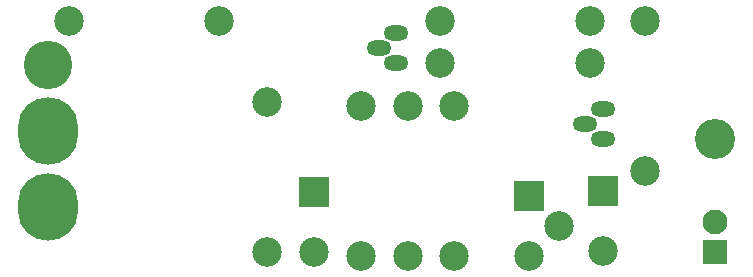
<source format=gbr>
G04 DipTrace 3.3.1.3*
G04 crowbar-revA-BottomMask.gbr*
%MOMM*%
G04 #@! TF.FileFunction,Soldermask,Bot*
G04 #@! TF.Part,Single*
%ADD28C,3.4*%
%ADD34C,2.5*%
%ADD36O,2.1X1.3*%
%ADD38R,2.1X2.1*%
%ADD40C,2.1*%
%ADD42O,5.1X5.7*%
%ADD44C,4.1*%
%ADD46R,2.5X2.5*%
%ADD48C,2.5*%
%FSLAX35Y35*%
G04*
G71*
G90*
G75*
G01*
G04 BotMask*
%LPD*%
D48*
X5050000Y300000D3*
D46*
Y808000D3*
D48*
X2600000Y296000D3*
D46*
Y804000D3*
D44*
X349976Y1880000D3*
D42*
Y680000D3*
Y1320000D3*
D40*
X6000000Y550000D3*
D38*
Y296000D3*
D36*
X3300013Y1896000D3*
X3150013Y2023000D3*
X3300013Y2150000D3*
D48*
X3665000Y1900000D3*
D34*
X4935000D3*
D46*
X4423000Y774000D3*
D34*
X4677000Y520000D3*
X4423000Y266000D3*
D48*
X3785000Y265000D3*
D34*
Y1535000D3*
D48*
X3400000D3*
D34*
Y265000D3*
D48*
X3000000D3*
D34*
Y1535000D3*
D48*
X4935000Y2250000D3*
D34*
X3665000D3*
D48*
X1795000D3*
D34*
X525000D3*
D48*
X2200000Y295000D3*
D34*
Y1565000D3*
D48*
X5400000Y2250000D3*
D34*
Y980000D3*
D36*
X5050013Y1250000D3*
X4900013Y1377000D3*
X5050013Y1504000D3*
D28*
X6000000Y1250000D3*
M02*

</source>
